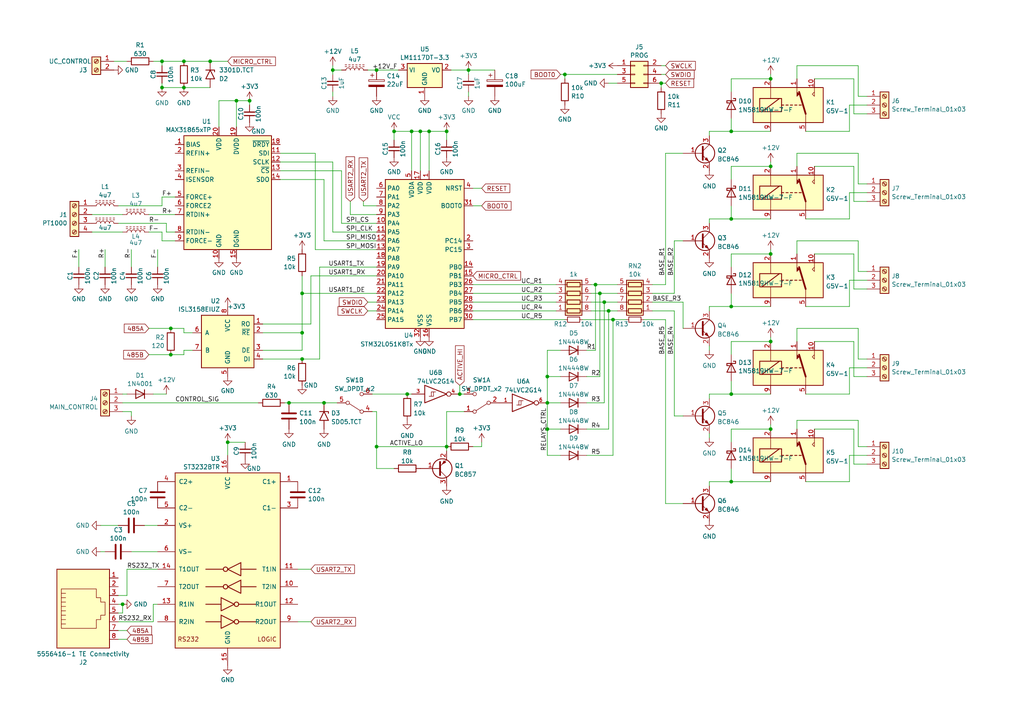
<source format=kicad_sch>
(kicad_sch (version 20230121) (generator eeschema)
  (paper "A4")
  (junction (at 87.63 85.09))
  (junction (at 223.52 124.46))
  (junction (at 177.8 92.71))
  (junction (at 135.89 20.32))
  (junction (at 223.52 73.66))
  (junction (at 129.54 129.54))
  (junction (at 119.38 38.1))
  (junction (at 93.98 116.84))
  (junction (at 49.53 102.87))
  (junction (at 163.83 21.59))
  (junction (at 87.63 104.14))
  (junction (at 175.26 87.63))
  (junction (at 223.52 22.86))
  (junction (at 83.82 116.84))
  (junction (at 53.34 25.4))
  (junction (at 158.75 116.84))
  (junction (at 118.11 114.3))
  (junction (at 66.04 128.27))
  (junction (at 173.99 85.09))
  (junction (at 212.09 114.3))
  (junction (at 87.63 96.52))
  (junction (at 212.09 139.7))
  (junction (at 158.75 109.22))
  (junction (at 172.72 82.55))
  (junction (at 223.52 99.06))
  (junction (at 96.52 20.32))
  (junction (at 223.52 48.26))
  (junction (at 53.34 17.78))
  (junction (at 133.35 114.3))
  (junction (at 72.39 29.21))
  (junction (at 114.3 38.1))
  (junction (at 121.92 38.1))
  (junction (at 124.46 38.1))
  (junction (at 49.53 95.25))
  (junction (at 60.96 17.78))
  (junction (at 46.99 17.78))
  (junction (at 176.53 90.17))
  (junction (at 68.58 29.21))
  (junction (at 129.54 38.1))
  (junction (at 35.56 175.26))
  (junction (at 191.77 24.13))
  (junction (at 212.09 38.1))
  (junction (at 109.22 129.54))
  (junction (at 212.09 63.5))
  (junction (at 46.99 25.4))
  (junction (at 158.75 124.46))
  (junction (at 109.22 20.32))
  (junction (at 212.09 88.9))
  (wire (pts (xy 170.18 124.46) (xy 176.53 124.46)))
  (wire (pts (xy 158.75 109.22) (xy 158.75 116.84)))
  (wire (pts (xy 46.99 17.78) (xy 46.99 19.05)))
  (wire (pts (xy 43.18 102.87) (xy 49.53 102.87)))
  (wire (pts (xy 109.22 119.38) (xy 109.22 129.54)))
  (wire (pts (xy 205.74 127) (xy 205.74 125.73)))
  (wire (pts (xy 87.63 104.14) (xy 92.71 104.14)))
  (wire (pts (xy 26.67 62.23) (xy 35.56 62.23)))
  (wire (pts (xy 191.77 24.13) (xy 191.77 25.4)))
  (wire (pts (xy 205.74 63.5) (xy 205.74 64.77)))
  (wire (pts (xy 162.56 21.59) (xy 163.83 21.59)))
  (wire (pts (xy 247.65 83.82) (xy 251.46 83.82)))
  (wire (pts (xy 236.22 73.66) (xy 247.65 73.66)))
  (wire (pts (xy 129.54 129.54) (xy 109.22 129.54)))
  (wire (pts (xy 44.45 114.3) (xy 48.26 114.3)))
  (wire (pts (xy 109.22 135.89) (xy 114.3 135.89)))
  (wire (pts (xy 90.17 80.01) (xy 109.22 80.01)))
  (wire (pts (xy 36.83 172.72) (xy 34.29 172.72)))
  (wire (pts (xy 171.45 87.63) (xy 175.26 87.63)))
  (wire (pts (xy 246.38 63.5) (xy 246.38 55.88)))
  (wire (pts (xy 137.16 129.54) (xy 139.7 129.54)))
  (wire (pts (xy 124.46 38.1) (xy 121.92 38.1)))
  (wire (pts (xy 205.74 139.7) (xy 205.74 140.97)))
  (wire (pts (xy 46.99 24.13) (xy 46.99 25.4)))
  (wire (pts (xy 186.69 92.71) (xy 193.04 92.71)))
  (wire (pts (xy 189.23 85.09) (xy 195.58 85.09)))
  (wire (pts (xy 139.7 129.54) (xy 139.7 128.27)))
  (wire (pts (xy 66.04 128.27) (xy 66.04 132.08)))
  (wire (pts (xy 171.45 90.17) (xy 176.53 90.17)))
  (wire (pts (xy 87.63 85.09) (xy 109.22 85.09)))
  (wire (pts (xy 83.82 116.84) (xy 93.98 116.84)))
  (wire (pts (xy 223.52 88.9) (xy 212.09 88.9)))
  (wire (pts (xy 171.45 85.09) (xy 173.99 85.09)))
  (wire (pts (xy 231.14 19.05) (xy 248.92 19.05)))
  (wire (pts (xy 212.09 22.86) (xy 223.52 22.86)))
  (wire (pts (xy 231.14 121.92) (xy 231.14 124.46)))
  (wire (pts (xy 109.22 62.23) (xy 101.6 62.23)))
  (wire (pts (xy 44.45 175.26) (xy 45.72 175.26)))
  (wire (pts (xy 101.6 62.23) (xy 101.6 58.42)))
  (wire (pts (xy 129.54 38.1) (xy 124.46 38.1)))
  (wire (pts (xy 106.68 90.17) (xy 109.22 90.17)))
  (wire (pts (xy 198.12 95.25) (xy 198.12 87.63)))
  (wire (pts (xy 189.23 90.17) (xy 195.58 90.17)))
  (wire (pts (xy 231.14 69.85) (xy 231.14 73.66)))
  (wire (pts (xy 195.58 85.09) (xy 195.58 69.85)))
  (wire (pts (xy 93.98 52.07) (xy 93.98 69.85)))
  (wire (pts (xy 223.52 123.19) (xy 223.52 124.46)))
  (wire (pts (xy 60.96 17.78) (xy 66.04 17.78)))
  (wire (pts (xy 106.68 20.32) (xy 109.22 20.32)))
  (wire (pts (xy 36.83 165.1) (xy 36.83 172.72)))
  (wire (pts (xy 212.09 38.1) (xy 205.74 38.1)))
  (wire (pts (xy 53.34 101.6) (xy 53.34 102.87)))
  (wire (pts (xy 247.65 33.02) (xy 251.46 33.02)))
  (wire (pts (xy 248.92 104.14) (xy 251.46 104.14)))
  (wire (pts (xy 223.52 38.1) (xy 212.09 38.1)))
  (wire (pts (xy 251.46 78.74) (xy 248.92 78.74)))
  (wire (pts (xy 44.45 17.78) (xy 46.99 17.78)))
  (wire (pts (xy 118.11 114.3) (xy 119.38 114.3)))
  (wire (pts (xy 170.18 109.22) (xy 173.99 109.22)))
  (wire (pts (xy 193.04 92.71) (xy 193.04 146.05)))
  (wire (pts (xy 231.14 121.92) (xy 248.92 121.92)))
  (wire (pts (xy 212.09 63.5) (xy 205.74 63.5)))
  (wire (pts (xy 45.72 160.02) (xy 38.1 160.02)))
  (wire (pts (xy 93.98 116.84) (xy 97.79 116.84)))
  (wire (pts (xy 46.99 17.78) (xy 53.34 17.78)))
  (wire (pts (xy 106.68 87.63) (xy 109.22 87.63)))
  (wire (pts (xy 162.56 116.84) (xy 158.75 116.84)))
  (wire (pts (xy 231.14 95.25) (xy 248.92 95.25)))
  (wire (pts (xy 212.09 85.09) (xy 212.09 88.9)))
  (wire (pts (xy 143.51 20.32) (xy 135.89 20.32)))
  (wire (pts (xy 30.48 72.39) (xy 30.48 77.47)))
  (wire (pts (xy 247.65 99.06) (xy 247.65 109.22)))
  (wire (pts (xy 55.88 101.6) (xy 53.34 101.6)))
  (wire (pts (xy 130.81 20.32) (xy 135.89 20.32)))
  (wire (pts (xy 105.41 59.69) (xy 105.41 58.42)))
  (wire (pts (xy 99.06 49.53) (xy 99.06 64.77)))
  (wire (pts (xy 212.09 139.7) (xy 205.74 139.7)))
  (wire (pts (xy 246.38 55.88) (xy 251.46 55.88)))
  (wire (pts (xy 109.22 129.54) (xy 109.22 135.89)))
  (wire (pts (xy 223.52 21.59) (xy 223.52 22.86)))
  (wire (pts (xy 212.09 110.49) (xy 212.09 114.3)))
  (wire (pts (xy 248.92 129.54) (xy 251.46 129.54)))
  (wire (pts (xy 96.52 46.99) (xy 96.52 67.31)))
  (wire (pts (xy 223.52 97.79) (xy 223.52 99.06)))
  (wire (pts (xy 99.06 64.77) (xy 109.22 64.77)))
  (wire (pts (xy 212.09 73.66) (xy 223.52 73.66)))
  (wire (pts (xy 35.56 116.84) (xy 74.93 116.84)))
  (wire (pts (xy 212.09 34.29) (xy 212.09 38.1)))
  (wire (pts (xy 137.16 59.69) (xy 139.7 59.69)))
  (wire (pts (xy 43.18 67.31) (xy 46.99 67.31)))
  (wire (pts (xy 233.68 38.1) (xy 246.38 38.1)))
  (wire (pts (xy 236.22 99.06) (xy 247.65 99.06)))
  (wire (pts (xy 158.75 109.22) (xy 162.56 109.22)))
  (wire (pts (xy 212.09 88.9) (xy 205.74 88.9)))
  (wire (pts (xy 176.53 90.17) (xy 179.07 90.17)))
  (wire (pts (xy 45.72 72.39) (xy 45.72 77.47)))
  (wire (pts (xy 137.16 82.55) (xy 161.29 82.55)))
  (wire (pts (xy 191.77 21.59) (xy 193.04 21.59)))
  (wire (pts (xy 248.92 53.34) (xy 251.46 53.34)))
  (wire (pts (xy 87.63 85.09) (xy 87.63 96.52)))
  (wire (pts (xy 129.54 129.54) (xy 129.54 130.81)))
  (wire (pts (xy 247.65 109.22) (xy 251.46 109.22)))
  (wire (pts (xy 81.28 49.53) (xy 99.06 49.53)))
  (wire (pts (xy 248.92 121.92) (xy 248.92 129.54)))
  (wire (pts (xy 248.92 19.05) (xy 248.92 27.94)))
  (wire (pts (xy 176.53 24.13) (xy 179.07 24.13)))
  (wire (pts (xy 236.22 48.26) (xy 247.65 48.26)))
  (wire (pts (xy 107.95 114.3) (xy 118.11 114.3)))
  (wire (pts (xy 231.14 44.45) (xy 248.92 44.45)))
  (wire (pts (xy 34.29 180.34) (xy 44.45 180.34)))
  (wire (pts (xy 87.63 96.52) (xy 87.63 101.6)))
  (wire (pts (xy 63.5 29.21) (xy 63.5 36.83)))
  (wire (pts (xy 34.29 64.77) (xy 48.26 64.77)))
  (wire (pts (xy 22.86 72.39) (xy 22.86 77.47)))
  (wire (pts (xy 246.38 106.68) (xy 246.38 114.3)))
  (wire (pts (xy 114.3 38.1) (xy 119.38 38.1)))
  (wire (pts (xy 248.92 95.25) (xy 248.92 104.14)))
  (wire (pts (xy 46.99 69.85) (xy 50.8 69.85)))
  (wire (pts (xy 247.65 73.66) (xy 247.65 83.82)))
  (wire (pts (xy 137.16 87.63) (xy 161.29 87.63)))
  (wire (pts (xy 195.58 69.85) (xy 198.12 69.85)))
  (wire (pts (xy 223.52 63.5) (xy 212.09 63.5)))
  (wire (pts (xy 246.38 81.28) (xy 246.38 88.9)))
  (wire (pts (xy 43.18 95.25) (xy 49.53 95.25)))
  (wire (pts (xy 129.54 40.64) (xy 129.54 38.1)))
  (wire (pts (xy 233.68 139.7) (xy 246.38 139.7)))
  (wire (pts (xy 195.58 90.17) (xy 195.58 120.65)))
  (wire (pts (xy 248.92 44.45) (xy 248.92 53.34)))
  (wire (pts (xy 107.95 119.38) (xy 109.22 119.38)))
  (wire (pts (xy 177.8 92.71) (xy 181.61 92.71)))
  (wire (pts (xy 193.04 146.05) (xy 198.12 146.05)))
  (wire (pts (xy 46.99 67.31) (xy 46.99 69.85)))
  (wire (pts (xy 162.56 124.46) (xy 158.75 124.46)))
  (wire (pts (xy 55.88 96.52) (xy 53.34 96.52)))
  (wire (pts (xy 35.56 119.38) (xy 38.1 119.38)))
  (wire (pts (xy 158.75 132.08) (xy 158.75 124.46)))
  (wire (pts (xy 231.14 22.86) (xy 231.14 19.05)))
  (wire (pts (xy 137.16 85.09) (xy 161.29 85.09)))
  (wire (pts (xy 171.45 82.55) (xy 172.72 82.55)))
  (wire (pts (xy 170.18 101.6) (xy 172.72 101.6)))
  (wire (pts (xy 53.34 96.52) (xy 53.34 95.25)))
  (wire (pts (xy 91.44 72.39) (xy 109.22 72.39)))
  (wire (pts (xy 247.65 22.86) (xy 247.65 33.02)))
  (wire (pts (xy 246.38 132.08) (xy 251.46 132.08)))
  (wire (pts (xy 53.34 17.78) (xy 60.96 17.78)))
  (wire (pts (xy 212.09 59.69) (xy 212.09 63.5)))
  (wire (pts (xy 96.52 20.32) (xy 99.06 20.32)))
  (wire (pts (xy 205.74 88.9) (xy 205.74 90.17)))
  (wire (pts (xy 114.3 40.64) (xy 114.3 38.1)))
  (wire (pts (xy 43.18 62.23) (xy 50.8 62.23)))
  (wire (pts (xy 158.75 101.6) (xy 158.75 109.22)))
  (wire (pts (xy 212.09 102.87) (xy 212.09 99.06)))
  (wire (pts (xy 44.45 180.34) (xy 44.45 175.26)))
  (wire (pts (xy 198.12 87.63) (xy 189.23 87.63)))
  (wire (pts (xy 133.35 111.76) (xy 133.35 114.3)))
  (wire (pts (xy 34.29 175.26) (xy 35.56 175.26)))
  (wire (pts (xy 163.83 21.59) (xy 163.83 22.86)))
  (wire (pts (xy 68.58 36.83) (xy 68.58 29.21)))
  (wire (pts (xy 121.92 49.53) (xy 121.92 38.1)))
  (wire (pts (xy 53.34 25.4) (xy 46.99 25.4)))
  (wire (pts (xy 46.99 59.69) (xy 46.99 57.15)))
  (wire (pts (xy 124.46 49.53) (xy 124.46 38.1)))
  (wire (pts (xy 246.38 30.48) (xy 251.46 30.48)))
  (wire (pts (xy 92.71 104.14) (xy 92.71 77.47)))
  (wire (pts (xy 48.26 67.31) (xy 50.8 67.31)))
  (wire (pts (xy 109.22 59.69) (xy 105.41 59.69)))
  (wire (pts (xy 172.72 101.6) (xy 172.72 82.55)))
  (wire (pts (xy 231.14 48.26) (xy 231.14 44.45)))
  (wire (pts (xy 38.1 72.39) (xy 38.1 77.47)))
  (wire (pts (xy 87.63 96.52) (xy 76.2 96.52)))
  (wire (pts (xy 45.72 165.1) (xy 36.83 165.1)))
  (wire (pts (xy 162.56 101.6) (xy 158.75 101.6)))
  (wire (pts (xy 193.04 82.55) (xy 193.04 44.45)))
  (wire (pts (xy 38.1 119.38) (xy 38.1 120.65)))
  (wire (pts (xy 223.52 46.99) (xy 223.52 48.26)))
  (wire (pts (xy 96.52 26.67) (xy 96.52 27.94)))
  (wire (pts (xy 223.52 139.7) (xy 212.09 139.7)))
  (wire (pts (xy 248.92 69.85) (xy 231.14 69.85)))
  (wire (pts (xy 76.2 101.6) (xy 87.63 101.6)))
  (wire (pts (xy 34.29 152.4) (xy 29.21 152.4)))
  (wire (pts (xy 205.74 38.1) (xy 205.74 39.37)))
  (wire (pts (xy 205.74 114.3) (xy 205.74 115.57)))
  (wire (pts (xy 212.09 124.46) (xy 223.52 124.46)))
  (wire (pts (xy 109.22 20.32) (xy 115.57 20.32)))
  (wire (pts (xy 81.28 46.99) (xy 96.52 46.99)))
  (wire (pts (xy 96.52 19.05) (xy 96.52 20.32)))
  (wire (pts (xy 49.53 102.87) (xy 53.34 102.87)))
  (wire (pts (xy 247.65 48.26) (xy 247.65 58.42)))
  (wire (pts (xy 247.65 124.46) (xy 236.22 124.46)))
  (wire (pts (xy 170.18 116.84) (xy 175.26 116.84)))
  (wire (pts (xy 76.2 104.14) (xy 87.63 104.14)))
  (wire (pts (xy 247.65 58.42) (xy 251.46 58.42)))
  (wire (pts (xy 251.46 106.68) (xy 246.38 106.68)))
  (wire (pts (xy 173.99 85.09) (xy 173.99 109.22)))
  (wire (pts (xy 212.09 26.67) (xy 212.09 22.86)))
  (wire (pts (xy 212.09 48.26) (xy 223.52 48.26)))
  (wire (pts (xy 212.09 135.89) (xy 212.09 139.7)))
  (wire (pts (xy 175.26 116.84) (xy 175.26 87.63)))
  (wire (pts (xy 48.26 64.77) (xy 48.26 67.31)))
  (wire (pts (xy 68.58 29.21) (xy 72.39 29.21)))
  (wire (pts (xy 231.14 99.06) (xy 231.14 95.25)))
  (wire (pts (xy 135.89 26.67) (xy 135.89 27.94)))
  (wire (pts (xy 247.65 134.62) (xy 247.65 124.46)))
  (wire (pts (xy 129.54 119.38) (xy 129.54 129.54)))
  (wire (pts (xy 212.09 77.47) (xy 212.09 73.66)))
  (wire (pts (xy 173.99 85.09) (xy 179.07 85.09)))
  (wire (pts (xy 133.35 114.3) (xy 134.62 114.3)))
  (wire (pts (xy 137.16 90.17) (xy 161.29 90.17)))
  (wire (pts (xy 60.96 25.4) (xy 53.34 25.4)))
  (wire (pts (xy 246.38 139.7) (xy 246.38 132.08)))
  (wire (pts (xy 29.21 160.02) (xy 30.48 160.02)))
  (wire (pts (xy 72.39 29.21) (xy 72.39 30.48)))
  (wire (pts (xy 134.62 119.38) (xy 129.54 119.38)))
  (wire (pts (xy 35.56 177.8) (xy 35.56 175.26)))
  (wire (pts (xy 246.38 88.9) (xy 233.68 88.9)))
  (wire (pts (xy 34.29 182.88) (xy 36.83 182.88)))
  (wire (pts (xy 81.28 44.45) (xy 91.44 44.45)))
  (wire (pts (xy 233.68 63.5) (xy 246.38 63.5)))
  (wire (pts (xy 176.53 90.17) (xy 176.53 124.46)))
  (wire (pts (xy 76.2 93.98) (xy 90.17 93.98)))
  (wire (pts (xy 92.71 77.47) (xy 109.22 77.47)))
  (wire (pts (xy 119.38 38.1) (xy 119.38 49.53)))
  (wire (pts (xy 170.18 132.08) (xy 177.8 132.08)))
  (wire (pts (xy 248.92 27.94) (xy 251.46 27.94)))
  (wire (pts (xy 223.52 114.3) (xy 212.09 114.3)))
  (wire (pts (xy 251.46 81.28) (xy 246.38 81.28)))
  (wire (pts (xy 82.55 116.84) (xy 83.82 116.84)))
  (wire (pts (xy 34.29 59.69) (xy 46.99 59.69)))
  (wire (pts (xy 193.04 44.45) (xy 198.12 44.45)))
  (wire (pts (xy 68.58 29.21) (xy 63.5 29.21)))
  (wire (pts (xy 45.72 152.4) (xy 41.91 152.4)))
  (wire (pts (xy 191.77 24.13) (xy 193.04 24.13)))
  (wire (pts (xy 135.89 20.32) (xy 135.89 21.59)))
  (wire (pts (xy 205.74 101.6) (xy 205.74 100.33)))
  (wire (pts (xy 212.09 128.27) (xy 212.09 124.46)))
  (wire (pts (xy 162.56 132.08) (xy 158.75 132.08)))
  (wire (pts (xy 35.56 114.3) (xy 36.83 114.3)))
  (wire (pts (xy 90.17 80.01) (xy 90.17 93.98)))
  (wire (pts (xy 33.02 17.78) (xy 36.83 17.78)))
  (wire (pts (xy 246.38 114.3) (xy 233.68 114.3)))
  (wire (pts (xy 195.58 120.65) (xy 198.12 120.65)))
  (wire (pts (xy 26.67 67.31) (xy 35.56 67.31)))
  (wire (pts (xy 46.99 57.15) (xy 50.8 57.15)))
  (wire (pts (xy 34.29 177.8) (xy 35.56 177.8)))
  (wire (pts (xy 34.29 185.42) (xy 36.83 185.42)))
  (wire (pts (xy 172.72 82.55) (xy 179.07 82.55)))
  (wire (pts (xy 137.16 92.71) (xy 163.83 92.71)))
  (wire (pts (xy 163.83 21.59) (xy 179.07 21.59)))
  (wire (pts (xy 212.09 114.3) (xy 205.74 114.3)))
  (wire (pts (xy 93.98 69.85) (xy 109.22 69.85)))
  (wire (pts (xy 137.16 54.61) (xy 139.7 54.61)))
  (wire (pts (xy 86.36 180.34) (xy 90.17 180.34)))
  (wire (pts (xy 96.52 67.31) (xy 109.22 67.31)))
  (wire (pts (xy 212.09 99.06) (xy 223.52 99.06)))
  (wire (pts (xy 246.38 38.1) (xy 246.38 30.48)))
  (wire (pts (xy 191.77 19.05) (xy 193.04 19.05)))
  (wire (pts (xy 91.44 44.45) (xy 91.44 72.39)))
  (wire (pts (xy 66.04 128.27) (xy 71.12 128.27)))
  (wire (pts (xy 121.92 38.1) (xy 119.38 38.1)))
  (wire (pts (xy 177.8 132.08) (xy 177.8 92.71)))
  (wire (pts (xy 86.36 165.1) (xy 90.17 165.1)))
  (wire (pts (xy 193.04 82.55) (xy 189.23 82.55)))
  (wire (pts (xy 53.34 95.25) (xy 49.53 95.25)))
  (wire (pts (xy 81.28 52.07) (xy 93.98 52.07)))
  (wire (pts (xy 168.91 92.71) (xy 177.8 92.71)))
  (wire (pts (xy 223.52 72.39) (xy 223.52 73.66)))
  (wire (pts (xy 212.09 52.07) (xy 212.09 48.26)))
  (wire (pts (xy 175.26 87.63) (xy 179.07 87.63)))
  (wire (pts (xy 251.46 134.62) (xy 247.65 134.62)))
  (wire (pts (xy 96.52 20.32) (xy 96.52 21.59)))
  (wire (pts (xy 248.92 78.74) (xy 248.92 69.85)))
  (wire (pts (xy 158.75 124.46) (xy 158.75 116.84)))
  (wire (pts (xy 87.63 80.01) (xy 87.63 85.09)))
  (wire (pts (xy 236.22 22.86) (xy 247.65 22.86)))
  (label "ACTIVE_LO" (at 113.03 129.54 0))
  (label "USART1_TX" (at 95.25 77.47 0))
  (label "R+" (at 30.48 74.93 90))
  (label "F+" (at 22.86 74.93 90))
  (label "F+" (at 46.99 57.15 0))
  (label "UC_R3" (at 151.13 87.63 0))
  (label "R4" (at 171.45 124.46 0))
  (label "F-" (at 45.72 74.93 90))
  (label "BASE_R5" (at 193.04 102.87 90))
  (label "RS232_RX" (at 34.29 180.34 0))
  (label "R5" (at 171.45 132.08 0))
  (label "SPI_CLK" (at 100.33 67.31 0))
  (label "BASE_R1" (at 193.04 80.01 90))
  (label "F-" (at 43.18 67.31 0))
  (label "R3" (at 171.45 116.84 0))
  (label "RELAYS_CTRL" (at 158.75 130.81 90))
  (label "USART1_RX" (at 95.25 80.01 0))
  (label "UC_R2" (at 151.13 85.09 0))
  (label "SPI_MISO" (at 100.33 69.85 0))
  (label "R2" (at 171.45 109.22 0))
  (label "R-" (at 43.18 64.77 0))
  (label "R+" (at 46.99 62.23 0))
  (label "UC_R1" (at 151.13 82.55 0))
  (label "UC_R5" (at 151.13 92.71 0))
  (label "BASE_R3" (at 189.23 87.63 0))
  (label "UC_R4" (at 151.13 90.17 0))
  (label "USART1_DE" (at 95.25 85.09 0))
  (label "RS232_TX" (at 36.83 165.1 0))
  (label "BASE_R2" (at 195.58 80.01 90))
  (label "+12V_F" (at 107.95 20.32 0))
  (label "R-" (at 38.1 74.93 90))
  (label "R1" (at 170.18 101.6 0))
  (label "CONTROL_SIG" (at 50.8 116.84 0))
  (label "SPI_CS" (at 100.33 64.77 0))
  (label "BASE_R4" (at 195.58 102.87 90))
  (label "SPI_MOSI" (at 100.33 72.39 0))
  (global_label "USART2_TX" (shape input) (at 90.17 165.1 0) (property "Intersheetrefs" "${INTERSHEET_REFS}" (effects hide)))
  (global_label "BOOT0" (shape input) (at 162.56 21.59 180) (property "Intersheetrefs" "${INTERSHEET_REFS}" (effects hide)))
  (global_label "RESET" (shape input) (at 139.7 54.61 0) (property "Intersheetrefs" "${INTERSHEET_REFS}" (effects hide)))
  (global_label "485A" (shape input) (at 43.18 95.25 180) (property "Intersheetrefs" "${INTERSHEET_REFS}" (effects hide)))
  (global_label "SWDIO" (shape input) (at 193.04 21.59 0) (property "Intersheetrefs" "${INTERSHEET_REFS}" (effects hide)))
  (global_label "485A" (shape input) (at 36.83 182.88 0) (property "Intersheetrefs" "${INTERSHEET_REFS}" (effects hide)))
  (global_label "SWDIO" (shape input) (at 106.68 87.63 180) (property "Intersheetrefs" "${INTERSHEET_REFS}" (effects hide)))
  (global_label "USART2_RX" (shape input) (at 90.17 180.34 0) (property "Intersheetrefs" "${INTERSHEET_REFS}" (effects hide)))
  (global_label "USART2_RX" (shape input) (at 101.6 58.42 90) (property "Intersheetrefs" "${INTERSHEET_REFS}" (effects hide)))
  (global_label "BOOT0" (shape input) (at 139.7 59.69 0) (property "Intersheetrefs" "${INTERSHEET_REFS}" (effects hide)))
  (global_label "SWCLK" (shape input) (at 193.04 19.05 0) (property "Intersheetrefs" "${INTERSHEET_REFS}" (effects hide)))
  (global_label "SWCLK" (shape input) (at 106.68 90.17 180) (property "Intersheetrefs" "${INTERSHEET_REFS}" (effects hide)))
  (global_label "MICRO_CTRL" (shape input) (at 66.04 17.78 0) (property "Intersheetrefs" "${INTERSHEET_REFS}" (effects hide)))
  (global_label "ACTIVE_HI" (shape input) (at 133.35 111.76 90) (property "Intersheetrefs" "${INTERSHEET_REFS}" (effects hide)))
  (global_label "RESET" (shape input) (at 193.04 24.13 0) (property "Intersheetrefs" "${INTERSHEET_REFS}" (effects hide)))
  (global_label "MICRO_CTRL" (shape input) (at 137.16 80.01 0) (property "Intersheetrefs" "${INTERSHEET_REFS}" (effects hide)))
  (global_label "485B" (shape input) (at 43.18 102.87 180) (property "Intersheetrefs" "${INTERSHEET_REFS}" (effects hide)))
  (global_label "485B" (shape input) (at 36.83 185.42 0) (property "Intersheetrefs" "${INTERSHEET_REFS}" (effects hide)))
  (global_label "USART2_TX" (shape input) (at 105.41 58.42 90) (property "Intersheetrefs" "${INTERSHEET_REFS}" (effects hide)))
  (symbol (lib_id "Device:D_Schottky") (at 212.09 81.28 270) (unit 1)
    (property "Reference" "D12" (at 214.122 79.7504 90) (effects (justify left)))
    (property "Value" "1N5819HW-7-F" (at 214.122 82.1746 90) (effects (justify left)))
    (property "Footprint" "Diode_SMD:D_SOD-123" (effects hide))
  )
  (symbol (lib_id "power:+12V") (at 223.52 72.39 0) (unit 1)
    (property "Reference" "#PWR055" (effects hide))
    (property "Value" "+12V" (at 223.52 68.2569 0))
  )
  (symbol (lib_id "Device:R") (at 78.74 116.84 90) (unit 1)
    (property "Reference" "R4" (at 78.74 112.1242 90))
    (property "Value" "630" (at 78.74 114.6611 90))
    (property "Footprint" "Resistor_SMD:R_0805_2012Metric_Pad1.20x1.40mm_HandSolder" (effects hide))
  )
  (symbol (lib_id "power:+3V3") (at 139.7 128.27 0) (unit 1)
    (property "Reference" "#PWR040" (effects hide))
    (property "Value" "+3V3" (at 139.7 124.1369 0))
  )
  (symbol (lib_id "power:+3V3") (at 135.89 20.32 0) (unit 1)
    (property "Reference" "#PWR038" (effects hide))
    (property "Value" "+3V3" (at 135.89 16.1869 0))
  )
  (symbol (lib_id "power:GND") (at 63.5 74.93 0) (unit 1)
    (property "Reference" "#PWR013" (effects hide))
    (property "Value" "GND" (at 63.5 79.0631 0))
  )
  (symbol (lib_id "Device:R_Small") (at 166.37 92.71 90) (unit 1)
    (property "Reference" "R12" (at 162.56 93.98 90))
    (property "Value" "10k" (at 170.18 93.98 90))
    (property "Footprint" "Resistor_SMD:R_0805_2012Metric_Pad1.20x1.40mm_HandSolder" (effects hide))
  )
  (symbol (lib_id "power:GND") (at 66.04 109.22 0) (unit 1)
    (property "Reference" "#PWR015" (effects hide))
    (property "Value" "GND" (at 66.04 113.3531 0))
  )
  (symbol (lib_name "GND_1") (lib_id "power:GND") (at 129.54 45.72 0) (unit 1)
    (property "Reference" "#PWR036" (effects hide))
    (property "Value" "GND" (at 129.54 49.8531 0))
  )
  (symbol (lib_id "Interface_UART:MAX3232") (at 66.04 162.56 0) (mirror y) (unit 1)
    (property "Reference" "U3" (at 63.8459 133.0157 0) (effects (justify left)))
    (property "Value" "ST3232BTR" (at 63.8459 135.4399 0) (effects (justify left)))
    (property "Footprint" "Package_SO:TSSOP-16_4.4x5mm_P0.65mm" (effects hide))
    (property "Datasheet" "https://datasheets.maximintegrated.com/en/ds/MAX3222-MAX3241.pdf" (effects hide))
  )
  (symbol (lib_id "power:GND") (at 205.74 74.93 0) (unit 1)
    (property "Reference" "#PWR049" (effects hide))
    (property "Value" "GND" (at 205.74 79.3734 0))
  )
  (symbol (lib_id "power:GND") (at 29.21 152.4 270) (mirror x) (unit 1)
    (property "Reference" "#PWR02" (effects hide))
    (property "Value" "GND" (at 26.035 152.4 90) (effects (justify right)))
  )
  (symbol (lib_id "Relay:G5V-1") (at 228.6 132.08 0) (unit 1)
    (property "Reference" "K5" (at 239.522 131.2453 0) (effects (justify left)))
    (property "Value" "G5V-1" (at 239.522 133.7822 0) (effects (justify left)))
    (property "Footprint" "Relay_THT:Relay_SPDT_Omron_G5V-1" (effects hide))
    (property "Datasheet" "http://omronfs.omron.com/en_US/ecb/products/pdf/en-g5v_1.pdf" (effects hide))
  )
  (symbol (lib_id "power:GND") (at 83.82 124.46 0) (unit 1)
    (property "Reference" "#PWR022" (effects hide))
    (property "Value" "GND" (at 83.82 128.9034 0))
  )
  (symbol (lib_id "Device:R") (at 87.63 107.95 0) (mirror x) (unit 1)
    (property "Reference" "R6" (at 85.852 106.7379 0) (effects (justify right)))
    (property "Value" "10k" (at 85.852 109.1621 0) (effects (justify right)))
    (property "Footprint" "Resistor_SMD:R_0805_2012Metric_Pad1.20x1.40mm_HandSolder" (effects hide))
  )
  (symbol (lib_id "Connector_Generic:Conn_02x03_Odd_Even") (at 184.15 21.59 0) (unit 1)
    (property "Reference" "J5" (at 185.42 13.6357 0))
    (property "Value" "PROG" (at 185.42 16.0599 0))
    (property "Footprint" "Connector_PinHeader_2.54mm:PinHeader_2x03_P2.54mm_Vertical" (effects hide))
  )
  (symbol (lib_id "Sensor_Temperature:MAX31865xTP") (at 66.04 57.15 0) (mirror y) (unit 1)
    (property "Reference" "U1" (at 61.3059 35.2257 0) (effects (justify left)))
    (property "Value" "MAX31865xTP" (at 61.3059 37.6499 0) (effects (justify left)))
    (property "Footprint" "Package_DFN_QFN:TQFN-20-1EP_5x5mm_P0.65mm_EP3.25x3.25mm" (effects hide))
    (property "Datasheet" "https://datasheets.maximintegrated.com/en/ds/MAX31865.pdf" (effects hide))
  )
  (symbol (lib_id "power:GND") (at 46.99 25.4 0) (unit 1)
    (property "Reference" "#PWR010" (effects hide))
    (property "Value" "GND" (at 46.99 29.8434 0))
  )
  (symbol (lib_id "Device:C_Small") (at 71.12 130.81 180) (unit 1)
    (property "Reference" "C9" (at 68.58 130.81 90))
    (property "Value" "100n" (at 73.66 130.81 90))
    (property "Footprint" "Capacitor_SMD:C_0805_2012Metric_Pad1.18x1.45mm_HandSolder" (effects hide))
  )
  (symbol (lib_id "power:GND") (at 205.74 101.6 0) (unit 1)
    (property "Reference" "#PWR050" (effects hide))
    (property "Value" "GND" (at 205.74 106.0434 0))
  )
  (symbol (lib_id "power:+12V") (at 223.52 46.99 0) (unit 1)
    (property "Reference" "#PWR054" (effects hide))
    (property "Value" "+12V" (at 223.52 42.8569 0))
  )
  (symbol (lib_id "Connector:Screw_Terminal_01x02") (at 27.94 17.78 0) (mirror y) (unit 1)
    (property "Reference" "J3" (at 24.13 20.32 0))
    (property "Value" "UC_CONTROL" (at 20.32 17.78 0))
    (property "Footprint" "Connector_Phoenix_MC:PhoenixContact_MCV_1,5_2-G-3.5_1x02_P3.50mm_Vertical" (effects hide))
  )
  (symbol (lib_name "GND_1") (lib_id "power:GND") (at 96.52 27.94 0) (unit 1)
    (property "Reference" "#PWR027" (effects hide))
    (property "Value" "GND" (at 96.52 32.0731 0))
  )
  (symbol (lib_id "Transistor_BJT:BC846") (at 203.2 146.05 0) (unit 1)
    (property "Reference" "Q6" (at 208.0514 145.2153 0) (effects (justify left)))
    (property "Value" "BC846" (at 208.0514 147.7522 0) (effects (justify left)))
    (property "Footprint" "Package_TO_SOT_SMD:SOT-23" (effects hide))
    (property "Datasheet" "https://assets.nexperia.com/documents/data-sheet/BC846_SER.pdf" (effects hide))
  )
  (symbol (lib_id "Device:L_Ferrite") (at 30.48 64.77 90) (unit 1)
    (property "Reference" "L2" (effects hide))
    (property "Value" "4u7" (at 30.48 66.04 90))
    (property "Footprint" "Inductor_SMD:L_0805_2012Metric_Pad1.15x1.40mm_HandSolder" (effects hide))
  )
  (symbol (lib_id "power:VCC") (at 114.3 38.1 0) (unit 1)
    (property "Reference" "#PWR029" (effects hide))
    (property "Value" "VCC" (at 114.3 33.9669 0))
  )
  (symbol (lib_name "GND_1") (lib_id "power:GND") (at 176.53 24.13 270) (unit 1)
    (property "Reference" "#PWR047" (effects hide))
    (property "Value" "GND" (at 173.3551 24.13 90) (effects (justify right)))
  )
  (symbol (lib_name "GND_1") (lib_id "power:GND") (at 135.89 27.94 0) (unit 1)
    (property "Reference" "#PWR039" (effects hide))
    (property "Value" "GND" (at 135.89 32.0731 0))
  )
  (symbol (lib_id "Device:C_Small") (at 46.99 21.59 180) (unit 1)
    (property "Reference" "C8" (at 44.45 21.59 90))
    (property "Value" "100n" (at 49.53 21.59 90))
    (property "Footprint" "Capacitor_SMD:C_0805_2012Metric_Pad1.18x1.45mm_HandSolder" (effects hide))
  )
  (symbol (lib_id "power:GND") (at 53.34 25.4 0) (unit 1)
    (property "Reference" "#PWR012" (effects hide))
    (property "Value" "GND" (at 53.34 29.8434 0))
  )
  (symbol (lib_id "power:GND") (at 129.54 140.97 0) (unit 1)
    (property "Reference" "#PWR037" (effects hide))
    (property "Value" "GND" (at 129.54 145.4134 0))
  )
  (symbol (lib_id "Connector:Screw_Terminal_01x03") (at 256.54 30.48 0) (unit 1)
    (property "Reference" "J6" (at 258.572 29.2679 0) (effects (justify left)))
    (property "Value" "Screw_Terminal_01x03" (at 258.572 31.6921 0) (effects (justify left)))
    (property "Footprint" "Connector_Phoenix_MC:PhoenixContact_MCV_1,5_3-G-3.5_1x03_P3.50mm_Vertical" (effects hide))
  )
  (symbol (lib_id "power:+3V3") (at 66.04 128.27 0) (unit 1)
    (property "Reference" "#PWR016" (effects hide))
    (property "Value" "+3V3" (at 66.04 124.1369 0))
  )
  (symbol (lib_id "Device:C_Small") (at 22.86 80.01 180) (unit 1)
    (property "Reference" "C1" (at 20.32 80.01 90))
    (property "Value" "100n" (at 25.4 80.01 90))
    (property "Footprint" "Capacitor_SMD:C_0805_2012Metric_Pad1.18x1.45mm_HandSolder" (effects hide))
  )
  (symbol (lib_id "Diode:1N4448W") (at 166.37 132.08 180) (unit 1)
    (property "Reference" "D9" (at 166.37 127.1102 0))
    (property "Value" "1N4448W" (at 166.37 129.6471 0))
    (property "Footprint" "Diode_SMD:D_SOD-123" (effects hide))
    (property "Datasheet" "https://www.vishay.com/docs/85722/1n4448w.pdf" (effects hide))
  )
  (symbol (lib_id "Interface_UART:SP3485EN") (at 66.04 99.06 0) (mirror y) (unit 1)
    (property "Reference" "U2" (at 63.8459 87.2957 0) (effects (justify left)))
    (property "Value" "ISL3158EIUZ" (at 63.8459 89.7199 0) (effects (justify left)))
    (property "Footprint" "Package_SO:MSOP-8_3x3mm_P0.65mm" (effects hide))
    (property "Datasheet" "http://www.icbase.com/pdf/SPX/SPX00480106.pdf" (effects hide))
  )
  (symbol (lib_id "Device:R") (at 40.64 17.78 90) (unit 1)
    (property "Reference" "R1" (at 40.64 13.0642 90))
    (property "Value" "630" (at 40.64 15.6011 90))
    (property "Footprint" "Resistor_SMD:R_0805_2012Metric_Pad1.20x1.40mm_HandSolder" (effects hide))
  )
  (symbol (lib_name "GND_1") (lib_id "power:GND") (at 123.19 27.94 0) (unit 1)
    (property "Reference" "#PWR033" (effects hide))
    (property "Value" "GND" (at 123.19 32.0731 0))
  )
  (symbol (lib_id "power:GND") (at 38.1 82.55 0) (unit 1)
    (property "Reference" "#PWR07" (effects hide))
    (property "Value" "GND" (at 38.1 86.6831 0))
  )
  (symbol (lib_id "power:GND") (at 72.39 35.56 0) (unit 1)
    (property "Reference" "#PWR021" (effects hide))
    (property "Value" "GND" (at 74.93 38.1 0))
  )
  (symbol (lib_id "Device:C_Small") (at 114.3 43.18 180) (unit 1)
    (property "Reference" "C15" (at 111.76 43.18 90))
    (property "Value" "100n" (at 116.84 43.18 90))
    (property "Footprint" "Capacitor_SMD:C_0805_2012Metric_Pad1.18x1.45mm_HandSolder" (effects hide))
  )
  (symbol (lib_id "Device:L_Ferrite") (at 102.87 20.32 90) (unit 1)
    (property "Reference" "L5" (at 102.87 14.7787 90))
    (property "Value" "4u7" (at 102.87 17.2029 90))
    (property "Footprint" "Inductor_SMD:L_0805_2012Metric_Pad1.15x1.40mm_HandSolder" (effects hide))
  )
  (symbol (lib_id "Device:C_Small") (at 72.39 33.02 180) (unit 1)
    (property "Reference" "C10" (at 69.85 33.02 90))
    (property "Value" "100n" (at 74.93 33.02 90))
    (property "Footprint" "Capacitor_SMD:C_0805_2012Metric_Pad1.18x1.45mm_HandSolder" (effects hide))
  )
  (symbol (lib_id "74xGxx:74LVC2G14") (at 127 114.3 0) (unit 2)
    (property "Reference" "U6" (at 126.365 108.0602 0))
    (property "Value" "74LVC2G14" (at 126.365 110.5971 0))
    (property "Footprint" "Package_SO:TSOP-6_1.65x3.05mm_P0.95mm" (effects hide))
    (property "Datasheet" "https://www.ti.com/lit/ds/symlink/sn74lvc2g14.pdf" (effects hide))
  )
  (symbol (lib_id "Device:R") (at 87.63 76.2 0) (mirror x) (unit 1)
    (property "Reference" "R5" (at 85.852 74.9879 0) (effects (justify right)))
    (property "Value" "10k" (at 85.852 77.4121 0) (effects (justify right)))
    (property "Footprint" "Resistor_SMD:R_0805_2012Metric_Pad1.20x1.40mm_HandSolder" (effects hide))
  )
  (symbol (lib_id "power:+3V3") (at 87.63 72.39 0) (unit 1)
    (property "Reference" "#PWR023" (effects hide))
    (property "Value" "+3V3" (at 87.63 68.2569 0))
  )
  (symbol (lib_id "Device:C_Polarized") (at 109.22 24.13 0) (unit 1)
    (property "Reference" "C14" (at 112.141 22.0289 0) (effects (justify left)))
    (property "Value" "22uF" (at 112.141 24.4531 0) (effects (justify left)))
    (property "Footprint" "Capacitor_THT:CP_Radial_D8.0mm_P5.00mm" (effects hide))
    (property "Datasheet" "https://www.tme.eu/en/details/eeufr1h220b/tht-electrolytic-capacitors/panasonic/" (effects hide))
  )
  (symbol (lib_id "Device:C_Small") (at 38.1 80.01 180) (unit 1)
    (property "Reference" "C4" (at 35.56 80.01 90))
    (property "Value" "100n" (at 40.64 80.01 90))
    (property "Footprint" "Capacitor_SMD:C_0805_2012Metric_Pad1.18x1.45mm_HandSolder" (effects hide))
  )
  (symbol (lib_id "Connector:Screw_Terminal_01x03") (at 256.54 106.68 0) (unit 1)
    (property "Reference" "J9" (at 258.572 105.4679 0) (effects (justify left)))
    (property "Value" "Screw_Terminal_01x03" (at 258.572 107.8921 0) (effects (justify left)))
    (property "Footprint" "Connector_Phoenix_MC:PhoenixContact_MCV_1,5_3-G-3.5_1x03_P3.50mm_Vertical" (effects hide))
  )
  (symbol (lib_id "Transistor_BJT:BC857") (at 127 135.89 0) (mirror x) (unit 1)
    (property "Reference" "Q1" (at 131.8514 135.0553 0) (effects (justify left)))
    (property "Value" "BC857" (at 131.8514 137.5922 0) (effects (justify left)))
    (property "Footprint" "Package_TO_SOT_SMD:SOT-23" (effects hide))
    (property "Datasheet" "https://www.onsemi.com/pub/Collateral/BC860-D.pdf" (effects hide))
  )
  (symbol (lib_id "Relay:G5V-1") (at 228.6 30.48 0) (unit 1)
    (property "Reference" "K1" (at 239.522 29.6453 0) (effects (justify left)))
    (property "Value" "G5V-1" (at 239.522 32.1822 0) (effects (justify left)))
    (property "Footprint" "Relay_THT:Relay_SPDT_Omron_G5V-1" (effects hide))
    (property "Datasheet" "http://omronfs.omron.com/en_US/ecb/products/pdf/en-g5v_1.pdf" (effects hide))
  )
  (symbol (lib_id "Device:D_Schottky") (at 212.09 106.68 270) (unit 1)
    (property "Reference" "D13" (at 214.122 105.1504 90) (effects (justify left)))
    (property "Value" "1N5819HW-7-F" (at 214.122 107.5746 90) (effects (justify left)))
    (property "Footprint" "Diode_SMD:D_SOD-123" (effects hide))
  )
  (symbol (lib_id "Device:C") (at 83.82 120.65 0) (unit 1)
    (property "Reference" "C11" (at 86.741 119.8153 0) (effects (justify left)))
    (property "Value" "100n" (at 86.741 122.3522 0) (effects (justify left)))
    (property "Footprint" "Capacitor_SMD:C_0805_2012Metric_Pad1.18x1.45mm_HandSolder" (effects hide))
  )
  (symbol (lib_id "Regulator_Linear:LM1117DT-3.3") (at 123.19 20.32 0) (unit 1)
    (property "Reference" "U5" (at 123.19 14.2707 0))
    (property "Value" "LM1117DT-3.3" (at 123.19 16.6949 0))
    (property "Footprint" "Package_TO_SOT_SMD:TO-252-3_TabPin2" (effects hide))
    (property "Datasheet" "http://www.ti.com/lit/ds/symlink/lm1117.pdf" (effects hide))
  )
  (symbol (lib_id "power:GND") (at 30.48 82.55 0) (unit 1)
    (property "Reference" "#PWR04" (effects hide))
    (property "Value" "GND" (at 30.48 86.6831 0))
  )
  (symbol (lib_name "GND_1") (lib_id "power:GND") (at 121.92 97.79 0) (unit 1)
    (property "Reference" "#PWR032" (effects hide))
    (property "Value" "GND" (at 121.92 101.9231 0))
  )
  (symbol (lib_id "Device:C") (at 45.72 143.51 0) (unit 1)
    (property "Reference" "C7" (at 42.799 142.2979 0) (effects (justify right)))
    (property "Value" "100n" (at 42.799 144.7221 0) (effects (justify right)))
    (property "Footprint" "Capacitor_SMD:C_0805_2012Metric_Pad1.18x1.45mm_HandSolder" (effects hide))
  )
  (symbol (lib_id "power:+3V3") (at 66.04 88.9 0) (unit 1)
    (property "Reference" "#PWR014" (effects hide))
    (property "Value" "+3V3" (at 68.58 88.9 0))
  )
  (symbol (lib_id "power:+12V") (at 223.52 97.79 0) (unit 1)
    (property "Reference" "#PWR056" (effects hide))
    (property "Value" "+12V" (at 223.52 93.6569 0))
  )
  (symbol (lib_id "power:+12V") (at 223.52 21.59 0) (unit 1)
    (property "Reference" "#PWR053" (effects hide))
    (property "Value" "+12V" (at 223.52 17.4569 0))
  )
  (symbol (lib_name "GND_1") (lib_id "power:GND") (at 163.83 30.48 0) (unit 1)
    (property "Reference" "#PWR044" (effects hide))
    (property "Value" "GND" (at 163.83 34.6131 0))
  )
  (symbol (lib_id "Device:C") (at 38.1 152.4 270) (mirror x) (unit 1)
    (property "Reference" "C5" (at 38.1 146.0967 90))
    (property "Value" "100n" (at 38.1 148.5209 90))
    (property "Footprint" "Capacitor_SMD:C_0805_2012Metric_Pad1.18x1.45mm_HandSolder" (effects hide))
  )
  (symbol (lib_id "power:GND") (at 205.74 127 0) (unit 1)
    (property "Reference" "#PWR051" (effects hide))
    (property "Value" "GND" (at 205.74 131.4434 0))
  )
  (symbol (lib_id "Diode:1N4448W") (at 166.37 116.84 180) (unit 1)
    (property "Reference" "D7" (at 166.37 111.8702 0))
    (property "Value" "1N4448W" (at 166.37 114.4071 0))
    (property "Footprint" "Diode_SMD:D_SOD-123" (effects hide))
    (property "Datasheet" "https://www.vishay.com/docs/85722/1n4448w.pdf" (effects hide))
  )
  (symbol (lib_id "Device:R") (at 53.34 21.59 180) (unit 1)
    (property "Reference" "R3" (at 55.118 20.3779 0) (effects (justify right)))
    (property "Value" "10k" (at 55.118 22.8021 0) (effects (justify right)))
    (property "Footprint" "Resistor_SMD:R_0805_2012Metric_Pad1.20x1.40mm_HandSolder" (effects hide))
  )
  (symbol (lib_id "power:+12V") (at 96.52 19.05 0) (unit 1)
    (property "Reference" "#PWR026" (effects hide))
    (property "Value" "+12V" (at 96.52 14.9169 0))
  )
  (symbol (lib_id "Device:C_Small") (at 96.52 24.13 180) (unit 1)
    (property "Reference" "C13" (at 93.98 24.13 90))
    (property "Value" "1uF" (at 99.06 24.13 90))
    (property "Footprint" "Capacitor_SMD:C_0805_2012Metric_Pad1.18x1.45mm_HandSolder" (effects hide))
  )
  (symbol (lib_id "Device:C_Small") (at 45.72 80.01 180) (unit 1)
    (property "Reference" "C6" (at 43.18 80.01 90))
    (property "Value" "100n" (at 48.26 80.01 90))
    (property "Footprint" "Capacitor_SMD:C_0805_2012Metric_Pad1.18x1.45mm_HandSolder" (effects hide))
  )
  (symbol (lib_id "power:+12V") (at 48.26 114.3 0) (unit 1)
    (property "Reference" "#PWR011" (effects hide))
    (property "Value" "+12V" (at 48.26 110.1669 0))
  )
  (symbol (lib_id "power:+3V3") (at 129.54 38.1 0) (unit 1)
    (property "Reference" "#PWR035" (effects hide))
    (property "Value" "+3V3" (at 129.54 33.9669 0))
  )
  (symbol (lib_id "Transistor_BJT:BC846") (at 203.2 69.85 0) (unit 1)
    (property "Reference" "Q3" (at 208.0514 69.0153 0) (effects (justify left)))
    (property "Value" "BC846" (at 208.0514 71.5522 0) (effects (justify left)))
    (property "Footprint" "Package_TO_SOT_SMD:SOT-23" (effects hide))
    (property "Datasheet" "https://assets.nexperia.com/documents/data-sheet/BC846_SER.pdf" (effects hide))
  )
  (symbol (lib_id "power:+3V3") (at 179.07 19.05 90) (unit 1)
    (property "Reference" "#PWR045" (effects hide))
    (property "Value" "+3V3" (at 175.895 19.05 90) (effects (justify left)))
  )
  (symbol (lib_id "power:GND") (at 66.04 193.04 0) (unit 1)
    (property "Reference" "#PWR017" (effects hide))
    (property "Value" "GND" (at 66.04 197.1731 0))
  )
  (symbol (lib_name "GND_1") (lib_id "power:GND") (at 143.51 27.94 0) (unit 1)
    (property "Reference" "#PWR041" (effects hide))
    (property "Value" "GND" (at 143.51 32.0731 0))
  )
  (symbol (lib_id "Transistor_BJT:BC846") (at 203.2 120.65 0) (unit 1)
    (property "Reference" "Q5" (at 208.0514 119.8153 0) (effects (justify left)))
    (property "Value" "BC846" (at 208.0514 122.3522 0) (effects (justify left)))
    (property "Footprint" "Package_TO_SOT_SMD:SOT-23" (effects hide))
    (property "Datasheet" "https://assets.nexperia.com/documents/data-sheet/BC846_SER.pdf" (effects hide))
  )
  (symbol (lib_id "Diode:1N4001") (at 40.64 114.3 180) (unit 1)
    (property "Reference" "D1" (at 40.64 108.8857 0))
    (property "Value" "1N4001" (at 40.64 111.3099 0))
    (property "Footprint" "Diode_SMD:D_SMB" (effects hide))
    (property "Datasheet" "http://www.vishay.com/docs/88503/1n4001.pdf" (effects hide))
    (property "Sim.Device" "D" (effects hide))
    (property "Sim.Pins" "1=K 2=A" (effects hide))
  )
  (symbol (lib_id "power:GND") (at 33.02 20.32 90) (unit 1)
    (property "Reference" "#PWR05" (effects hide))
    (property "Value" "GND" (at 36.195 20.32 90) (effects (justify right)))
  )
  (symbol (lib_id "Device:D_Schottky") (at 212.09 132.08 270) (unit 1)
    (property "Reference" "D14" (at 214.122 130.5504 90) (effects (justify left)))
    (property "Value" "1N5819HW-7-F" (at 214.122 132.9746 90) (effects (justify left)))
    (property "Footprint" "Diode_SMD:D_SOD-123" (effects hide))
  )
  (symbol (lib_id "power:GND") (at 205.74 151.13 0) (unit 1)
    (property "Reference" "#PWR052" (effects hide))
    (property "Value" "GND" (at 205.74 155.5734 0))
  )
  (symbol (lib_id "Relay:G5V-1") (at 228.6 106.68 0) (unit 1)
    (property "Reference" "K4" (at 239.522 105.8453 0) (effects (justify left)))
    (property "Value" "G5V-1" (at 239.522 108.3822 0) (effects (justify left)))
    (property "Footprint" "Relay_THT:Relay_SPDT_Omron_G5V-1" (effects hide))
    (property "Datasheet" "http://omronfs.omron.com/en_US/ecb/products/pdf/en-g5v_1.pdf" (effects hide))
  )
  (symbol (lib_id "power:GND") (at 118.11 121.92 0) (unit 1)
    (property "Reference" "#PWR031" (effects hide))
    (property "Value" "GND" (at 118.11 126.3634 0))
  )
  (symbol (lib_id "Device:D_Schottky") (at 212.09 30.48 270) (unit 1)
    (property "Reference" "D10" (at 214.122 29.3278 90) (effects (justify left)))
    (property "Value" "1N5819HW-7-F" (at 214.122 31.8647 90) (effects (justify left)))
    (property "Footprint" "Diode_SMD:D_SOD-123" (effects hide))
  )
  (symbol (lib_id "74xGxx:74LVC2G14") (at 152.4 116.84 0) (unit 1)
    (property "Reference" "U6" (at 151.765 110.6002 0))
    (property "Value" "74LVC2G14" (at 151.765 113.1371 0))
    (property "Footprint" "Package_SO:TSOP-6_1.65x3.05mm_P0.95mm" (effects hide))
    (property "Datasheet" "https://www.ti.com/lit/ds/symlink/sn74lvc2g14.pdf" (effects hide))
  )
  (symbol (lib_id "Connector:RJ45") (at 24.13 175.26 0) (mirror x) (unit 1)
    (property "Reference" "J2" (at 24.13 192.1043 0))
    (property "Value" "5556416-1 TE Connectivity" (at 24.13 189.6801 0))
    (property "Footprint" "Connector_RJ:RJ45_OST_PJ012-8P8CX_Vertical" (effects hide))
  )
  (symbol (lib_id "Connector:Screw_Terminal_01x03") (at 256.54 55.88 0) (unit 1)
    (property "Reference" "J7" (at 258.572 54.6679 0) (effects (justify left)))
    (property "Value" "Screw_Terminal_01x03" (at 258.572 57.0921 0) (effects (justify left)))
    (property "Footprint" "Connector_Phoenix_MC:PhoenixContact_MCV_1,5_3-G-3.5_1x03_P3.50mm_Vertical" (effects hide))
  )
  (symbol (lib_id "Device:R_Pack04") (at 166.37 85.09 270) (mirror x) (unit 1)
    (property "Reference" "RN1" (effects hide))
    (property "Value" "1k" (at 166.37 79.5599 90))
    (property "Footprint" "Resistor_SMD:R_Array_Convex_4x1206" (effects hide))
  )
  (symbol (lib_id "Device:D_Schottky") (at 212.09 55.88 270) (unit 1)
    (property "Reference" "D11" (at 214.122 54.7278 90) (effects (justify left)))
    (property "Value" "1N5819HW-7-F" (at 214.122 57.2647 90) (effects (justify left)))
    (property "Footprint" "Diode_SMD:D_SOD-123" (effects hide))
  )
  (symbol (lib_id "power:GND") (at 87.63 111.76 0) (unit 1)
    (property "Reference" "#PWR024" (effects hide))
    (property "Value" "GND" (at 90.17 111.76 0))
  )
  (symbol (lib_id "Diode:1N4448W") (at 166.37 101.6 180) (unit 1)
    (property "Reference" "D5" (at 166.37 96.6302 0))
    (property "Value" "1N4448W" (at 166.37 99.1671 0))
    (property "Footprint" "Diode_SMD:D_SOD-123" (effects hide))
    (property "Datasheet" "https://www.vishay.com/docs/85722/1n4448w.pdf" (effects hide))
  )
  (symbol (lib_id "Transistor_BJT:BC846") (at 203.2 44.45 0) (unit 1)
    (property "Reference" "Q2" (at 208.0514 43.6153 0) (effects (justify left)))
    (property "Value" "BC846" (at 208.0514 46.1522 0) (effects (justify left)))
    (property "Footprint" "Package_TO_SOT_SMD:SOT-23" (effects hide))
    (property "Datasheet" "https://assets.nexperia.com/documents/data-sheet/BC846_SER.pdf" (effects hide))
  )
  (symbol (lib_name "GND_1") (lib_id "power:GND") (at 191.77 33.02 0) (unit 1)
    (property "Reference" "#PWR046" (effects hide))
    (property "Value" "GND" (at 191.77 37.1531 0))
  )
  (symbol (lib_id "power:GND") (at 205.74 49.53 0) (unit 1)
    (property "Reference" "#PWR048" (effects hide))
    (property "Value" "GND" (at 205.74 53.9734 0))
  )
  (symbol (lib_id "power:GND") (at 71.12 133.35 0) (unit 1)
    (property "Reference" "#PWR019" (effects hide))
    (property "Value" "GND" (at 73.66 135.89 0))
  )
  (symbol (lib_id "Device:C_Small") (at 129.54 43.18 180) (unit 1)
    (property "Reference" "C16" (at 127 43.18 90))
    (property "Value" "100n" (at 132.08 43.18 90))
    (property "Footprint" "Capacitor_SMD:C_0805_2012Metric_Pad1.18x1.45mm_HandSolder" (effects hide))
  )
  (symbol (lib_id "Diode:1N4448W") (at 166.37 109.22 180) (unit 1)
    (property "Reference" "D6" (at 166.37 104.2502 0))
    (property "Value" "1N4448W" (at 166.37 106.7871 0))
    (property "Footprint" "Diode_SMD:D_SOD-123" (effects hide))
    (property "Datasheet" "https://www.vishay.com/docs/85722/1n4448w.pdf" (effects hide))
  )
  (symbol (lib_id "Device:R") (at 191.77 29.21 0) (mirror y) (unit 1)
    (property "Reference" "R11" (at 193.548 30.4221 0) (effects (justify right)))
    (property "Value" "10k" (at 193.548 27.9979 0) (effects (justify right)))
    (property "Footprint" "Resistor_SMD:R_0805_2012Metric_Pad1.20x1.40mm_HandSolder" (effects hide))
  )
  (symbol (lib_id "Diode:1N4448W") (at 166.37 124.46 180) (unit 1)
    (property "Reference" "D8" (at 166.37 119.4902 0))
    (property "Value" "1N4448W" (at 166.37 122.0271 0))
    (property "Footprint" "Diode_SMD:D_SOD-123" (effects hide))
    (property "Datasheet" "https://www.vishay.com/docs/85722/1n4448w.pdf" (effects hide))
  )
  (symbol (lib_name "GND_1") (lib_id "power:GND") (at 124.46 97.79 0) (unit 1)
    (property "Reference" "#PWR034" (effects hide))
    (property "Value" "GND" (at 124.46 101.9231 0))
  )
  (symbol (lib_id "Device:C") (at 34.29 160.02 270) (mirror x) (unit 1)
    (property "Reference" "C3" (at 34.29 153.7167 90))
    (property "Value" "100n" (at 34.29 156.1409 90))
    (property "Footprint" "Capacitor_SMD:C_0805_2012Metric_Pad1.18x1.45mm_HandSolder" (effects hide))
  )
  (symbol (lib_id "Device:R") (at 118.11 135.89 90) (unit 1)
    (property "Reference" "R8" (at 118.11 131.1742 90))
    (property "Value" "10k" (at 118.11 133.7111 90))
    (property "Footprint" "Resistor_SMD:R_0805_2012Metric_Pad1.20x1.40mm_HandSolder" (effects hide))
  )
  (symbol (lib_id "Connector:Screw_Terminal_01x04") (at 21.59 62.23 0) (mirror y) (unit 1)
    (property "Reference" "J1" (at 19.558 62.2879 0) (effects (justify left)))
    (property "Value" "PT1000" (at 19.558 64.7121 0) (effects (justify left)))
    (property "Footprint" "Connector_Phoenix_MC:PhoenixContact_MCV_1,5_4-G-3.81_1x04_P3.81mm_Vertical" (effects hide))
  )
  (symbol (lib_id "power:GND") (at 22.86 82.55 0) (unit 1)
    (property "Reference" "#PWR01" (effects hide))
    (property "Value" "GND" (at 22.86 86.6831 0))
  )
  (symbol (lib_id "Switch:SW_DPDT_x2") (at 139.7 116.84 180) (unit 1)
    (property "Reference" "SW1" (at 139.7 110.2192 0))
    (property "Value" "SW_DPDT_x2" (at 139.7 112.7561 0))
    (property "Footprint" "switches:Alps_SSSS222700" (effects hide))
  )
  (symbol (lib_id "power:GND") (at 93.98 124.46 0) (unit 1)
    (property "Reference" "#PWR025" (effects hide))
    (property "Value" "GND" (at 93.98 128.9034 0))
  )
  (symbol (lib_id "Device:L_Ferrite") (at 30.48 59.69 90) (unit 1)
    (property "Reference" "L1" (at 30.48 54.1487 90))
    (property "Value" "4u7" (at 30.48 56.5729 90))
    (property "Footprint" "Inductor_SMD:L_0805_2012Metric_Pad1.15x1.40mm_HandSolder" (effects hide))
  )
  (symbol (lib_id "Device:R") (at 49.53 99.06 0) (mirror x) (unit 1)
    (property "Reference" "R2" (at 47.752 97.8479 0) (effects (justify right)))
    (property "Value" "120" (at 47.752 100.2721 0) (effects (justify right)))
    (property "Footprint" "Resistor_SMD:R_0805_2012Metric_Pad1.20x1.40mm_HandSolder" (effects hide))
  )
  (symbol (lib_id "power:+12V") (at 223.52 123.19 0) (unit 1)
    (property "Reference" "#PWR057" (effects hide))
    (property "Value" "+12V" (at 223.52 119.0569 0))
  )
  (symbol (lib_id "Device:R") (at 118.11 118.11 0) (unit 1)
    (property "Reference" "R7" (at 119.888 117.2753 0) (effects (justify left)))
    (property "Value" "10k" (at 119.888 119.8122 0) (effects (justify left)))
    (property "Footprint" "Resistor_SMD:R_0805_2012Metric_Pad1.20x1.40mm_HandSolder" (effects hide))
  )
  (symbol (lib_id "MCU_ST_STM32L0:STM32L051K8Tx") (at 121.92 72.39 0) (mirror y) (unit 1)
    (property "Reference" "U4" (at 119.9006 97.2804 0) (effects (justify left)))
    (property "Value" "STM32L051K8Tx" (at 119.9006 99.8173 0) (effects (justify left)))
    (property "Footprint" "Package_QFP:LQFP-32_7x7mm_P0.8mm" (effects hide))
    (property "Datasheet" "http://www.st.com/st-web-ui/static/active/en/resource/technical/document/datasheet/DM00108219.pdf" (effects hide))
  )
  (symbol (lib_id "Connector:Screw_Terminal_01x03") (at 256.54 132.08 0) (unit 1)
    (property "Reference" "J10" (at 258.572 130.8679 0) (effects (justify left)))
    (property "Value" "Screw_Terminal_01x03" (at 258.572 133.2921 0) (effects (justify left)))
    (property "Footprint" "Connector_Phoenix_MC:PhoenixContact_MCV_1,5_3-G-3.5_1x03_P3.50mm_Vertical" (effects hide))
  )
  (symbol (lib_name "GND_1") (lib_id "power:GND") (at 109.22 27.94 0) (unit 1)
    (property "Reference" "#PWR028" (effects hide))
    (property "Value" "GND" (at 109.22 32.0731 0))
  )
  (symbol (lib_id "Device:L_Ferrite") (at 39.37 62.23 90) (unit 1)
    (property "Reference" "L3" (at 39.37 56.6887 90))
    (property "Value" "4u7" (at 39.37 59.1129 90))
    (property "Footprint" "Inductor_SMD:L_0805_2012Metric_Pad1.15x1.40mm_HandSolder" (effects hide))
  )
  (symbol (lib_id "Transistor_BJT:BC846") (at 203.2 95.25 0) (unit 1)
    (property "Reference" "Q4" (at 208.0514 94.4153 0) (effects (justify left)))
    (property "Value" "BC846" (at 208.0514 96.9522 0) (effects (justify left)))
    (property "Footprint" "Package_TO_SOT_SMD:SOT-23" (effects hide))
    (property "Datasheet" "https://assets.nexperia.com/documents/data-sheet/BC846_SER.pdf" (effects hide))
  )
  (symbol (lib_id "power:+3V3") (at 72.39 29.21 0) (unit 1)
    (property "Reference" "#PWR020" (effects hide))
    (property "Value" "+3V3" (at 72.39 25.0769 0))
  )
  (symbol (lib_id "power:GND") (at 29.21 160.02 270) (mirror x) (unit 1)
    (property "Reference" "#PWR03" (effects hide))
    (property "Value" "GND" (at 26.035 160.02 90) (effects (justify right)))
  )
  (symbol (lib_id "Device:R") (at 133.35 129.54 90) (unit 1)
    (property "Reference" "R9" (at 133.35 124.8242 90))
    (property "Value" "10k" (at 133.35 127.3611 90))
    (property "Footprint" "Resistor_SMD:R_0805_2012Metric_Pad1.20x1.40mm_HandSolder" (effects hide))
  )
  (symbol (lib_id "Diode:SM6T6V8A") (at 60.96 21.59 270) (unit 1)
    (property "Reference" "D2" (at 63.5 22.86 90) (effects (justify left)))
    (property "Value" "3301D.TCT" (at 63.5 20.32 90) (effects (justify left)))
    (property "Footprint" "Diode_SMD:D_SOD-323_HandSoldering" (effects hide))
    (property "Datasheet" "UCLAMP3301D.TCT  SEMTECH" (effects hide))
  )
  (symbol (lib_id "Device:C_Small") (at 135.89 24.13 180) (unit 1)
    (property "Reference" "C17" (at 133.35 24.13 90))
    (property "Value" "1uF" (at 138.43 24.13 90))
    (property "Footprint" "Capacitor_SMD:C_0805_2012Metric_Pad1.18x1.45mm_HandSolder" (effects hide))
  )
  (symbol (lib_id "Device:C_Polarized") (at 143.51 24.13 0) (unit 1)
    (property "Reference" "C18" (at 146.431 22.0289 0) (effects (justify left)))
    (property "Value" "100uF" (at 146.431 24.4531 0) (effects (justify left)))
    (property "Footprint" "Capacitor_Tantalum_SMD:CP_EIA-3528-21_Kemet-B_Pad1.50x2.35mm_HandSolder" (effects hide))
    (property "Datasheet" "https://www.tme.eu/en/details/tajb107m010r/smd-tantalum-capacitors/kyocera-avx/tajb107m010rnj/" (effects hide))
  )
  (symbol (lib_id "Relay:G5V-1") (at 228.6 55.88 0) (unit 1)
    (property "Reference" "K2" (at 239.522 55.0453 0) (effects (justify left)))
    (property "Value" "G5V-1" (at 239.522 57.5822 0) (effects (justify left)))
    (property "Footprint" "Relay_THT:Relay_SPDT_Omron_G5V-1" (effects hide))
    (property "Datasheet" "http://omronfs.omron.com/en_US/ecb/products/pdf/en-g5v_1.pdf" (effects hide))
  )
  (symbol (lib_id "power:GND") (at 38.1 120.65 0) (unit 1)
    (property "Reference" "#PWR08" (effects hide))
    (property "Value" "GND" (at 38.1 125.0934 0))
  )
  (symbol (lib_name "GND_1") (lib_id "power:GND") (at 114.3 45.72 0) (unit 1)
    (property "Reference" "#PWR030" (effects hide))
    (property "Value" "GND" (at 114.3 49.8531 0))
  )
  (symbol (lib_id "Device:L_Ferrite") (at 39.37 67.31 90) (unit 1)
    (property "Reference" "L4" (at 39.37 68.58 90))
    (property "Value" "4u7" (at 39.37 71.12 90) (effects (justify top)))
    (property "Footprint" "Inductor_SMD:L_0805_2012Metric_Pad1.15x1.40mm_HandSolder" (effects hide))
  )
  (symbol (lib_id "Device:R_Pack04") (at 184.15 85.09 90) (unit 1)
    (property "Reference" "RN2" (at 184.15 77.1357 90))
    (property "Value" "10k" (at 184.15 79.5599 90))
    (property "Footprint" "Resistor_SMD:R_Array_Convex_4x1206" (effects hide))
  )
  (symbol (lib_id "Device:R_Small") (at 184.15 92.71 90) (unit 1)
    (property "Reference" "R13" (at 180.34 93.98 90))
    (property "Value" "10k" (at 187.96 93.98 90))
    (property "Footprint" "Resistor_SMD:R_0805_2012Metric_Pad1.20x1.40mm_HandSolder" (effects hide))
  )
  (symbol (lib_id "power:GND") (at 45.72 82.55 0) (unit 1)
    (property "Reference" "#PWR09" (effects hide))
    (property "Value" "GND" (at 45.72 86.6831 0))
  )
  (symbol (lib_id "Relay:G5V-1") (at 228.6 81.28 0) (unit 1)
    (property "Reference" "K3" (at 239.522 80.4453 0) (effects (justify left)))
    (property "Value" "G5V-1" (at 239.522 82.9822 0) (effects (justify left)))
    (property "Footprint" "Relay_THT:Relay_SPDT_Omron_G5V-1" (effects hide))
    (property "Datasheet" "http://omronfs.omron.com/en_US/ecb/products/pdf/en-g5v_1.pdf" (effects hide))
  )
  (symbol (lib_id "Device:C") (at 86.36 143.51 0) (mirror y) (unit 1)
    (property "Reference" "C12" (at 89.281 142.2979 0) (effects (justify right)))
    (property "Value" "100n" (at 89.281 144.7221 0) (effects (justify right)))
    (property "Footprint" "Capacitor_SMD:C_0805_2012Metric_Pad1.18x1.45mm_HandSolder" (effects hide))
  )
  (symbol (lib_id "Device:R") (at 163.83 26.67 0) (mirror y) (unit 1)
    (property "Reference" "R10" (at 165.608 27.8821 0) (effects (justify right)))
    (property "Value" "10k" (at 165.608 25.4579 0) (effects (justify right)))
    (property "Footprint" "Resistor_SMD:R_0805_2012Metric_Pad1.20x1.40mm_HandSolder" (effects hide))
  )
  (symbol (lib_id "Switch:SW_DPDT_x2") (at 102.87 116.84 0) (mirror x) (unit 2)
    (property "Reference" "SW1" (at 102.87 110.2192 0))
    (property "Value" "SW_DPDT_x2" (at 102.87 112.7561 0))
    (property "Footprint" "switches:Alps_SSSS222700" (effects hide))
  )
  (symbol (lib_id "power:GND") (at 68.58 74.93 0) (unit 1)
    (property "Reference" "#PWR018" (effects hide))
    (property "Value" "GND" (at 68.58 79.0631 0))
  )
  (symbol (lib_id "Connector:Screw_Terminal_01x03") (at 256.54 81.28 0) (unit 1)
    (property "Reference" "J8" (at 258.572 80.0679 0) (effects (justify left)))
    (property "Value" "Screw_Terminal_01x03" (at 258.572 82.4921 0) (effects (justify left)))
    (property "Footprint" "Connector_Phoenix_MC:PhoenixContact_MCV_1,5_3-G-3.5_1x03_P3.50mm_Vertical" (effects hide))
  )
  (symbol (lib_id "Diode:SM6T6V8A") (at 93.98 120.65 270) (unit 1)
    (property "Reference" "D3" (at 96.012 119.8153 90) (effects (justify left)))
    (property "Value" "SD05.TCT" (at 96.012 122.3522 90) (effects (justify left)))
    (property "Footprint" "Diode_SMD:D_SOD-323_HandSoldering" (effects hide))
    (property "Datasheet" "https://www.st.com/resource/en/datasheet/sm6t.pdf" (effects hide))
  )
  (symbol (lib_id "power:GND") (at 35.56 175.26 90) (unit 1)
    (property "Reference" "#PWR06" (effects hide))
    (property "Value" "GND" (at 38.735 175.26 90) (effects (justify right)))
  )
  (symbol (lib_id "Device:C_Small") (at 30.48 80.01 180) (unit 1)
    (property "Reference" "C2" (at 27.94 80.01 90))
    (property "Value" "100n" (at 33.02 80.01 90))
    (property "Footprint" "Capacitor_SMD:C_0805_2012Metric_Pad1.18x1.45mm_HandSolder" (effects hide))
  )
  (symbol (lib_id "Connector:Screw_Terminal_01x03") (at 30.48 116.84 0) (mirror y) (unit 1)
    (property "Reference" "J4" (at 28.448 115.6279 0) (effects (justify left)))
    (property "Value" "MAIN_CONTROL" (at 28.448 118.0521 0) (effects (justify left)))
    (property "Footprint" "Connector_Phoenix_MC:PhoenixContact_MCV_1,5_3-G-3.5_1x03_P3.50mm_Vertical" (effects hide))
  )
)
</source>
